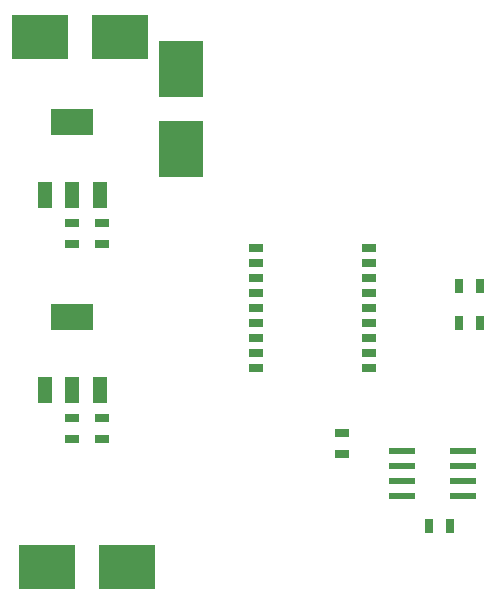
<source format=gtp>
G75*
%MOIN*%
%OFA0B0*%
%FSLAX25Y25*%
%IPPOS*%
%LPD*%
%AMOC8*
5,1,8,0,0,1.08239X$1,22.5*
%
%ADD10R,0.04724X0.03150*%
%ADD11R,0.03150X0.04724*%
%ADD12R,0.18504X0.14961*%
%ADD13R,0.04799X0.08799*%
%ADD14R,0.14173X0.08661*%
%ADD15R,0.08661X0.02362*%
%ADD16R,0.04500X0.03000*%
%ADD17R,0.14961X0.18504*%
D10*
X0151800Y0160435D03*
X0151800Y0167522D03*
X0161800Y0167522D03*
X0161800Y0160435D03*
X0161800Y0225435D03*
X0161800Y0232522D03*
X0151800Y0232522D03*
X0151800Y0225435D03*
X0241800Y0162522D03*
X0241800Y0155435D03*
D11*
X0270757Y0131478D03*
X0277843Y0131478D03*
X0280757Y0198978D03*
X0287843Y0198978D03*
X0287843Y0211478D03*
X0280757Y0211478D03*
D12*
X0143414Y0117728D03*
X0170186Y0117728D03*
X0167686Y0294603D03*
X0140914Y0294603D03*
D13*
X0142702Y0241778D03*
X0151800Y0241778D03*
X0160898Y0241778D03*
X0160898Y0176778D03*
X0151800Y0176778D03*
X0142702Y0176778D03*
D14*
X0151800Y0201179D03*
X0151800Y0266179D03*
D15*
X0261564Y0156478D03*
X0261564Y0151478D03*
X0261564Y0146478D03*
X0261564Y0141478D03*
X0282036Y0141478D03*
X0282036Y0146478D03*
X0282036Y0151478D03*
X0282036Y0156478D03*
D16*
X0250650Y0183978D03*
X0250650Y0188978D03*
X0250650Y0193978D03*
X0250650Y0198978D03*
X0250650Y0203978D03*
X0250650Y0208978D03*
X0250650Y0213978D03*
X0250650Y0218978D03*
X0250650Y0223978D03*
X0212950Y0223978D03*
X0212950Y0218978D03*
X0212950Y0213978D03*
X0212950Y0208978D03*
X0212950Y0203978D03*
X0212950Y0198978D03*
X0212950Y0193978D03*
X0212950Y0188978D03*
X0212950Y0183978D03*
D17*
X0188050Y0257155D03*
X0188050Y0283927D03*
M02*

</source>
